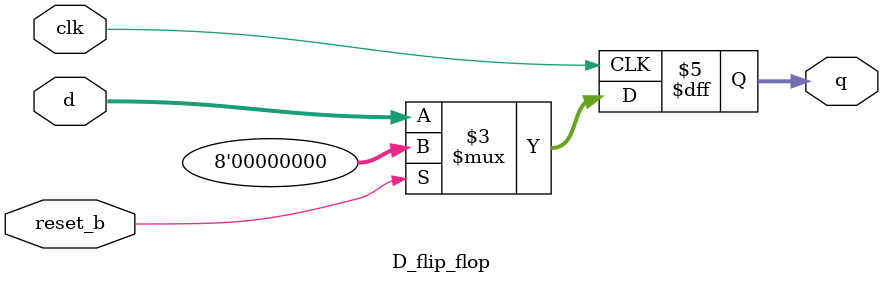
<source format=sv>

module part2(Clock, Reset_b, Data, Function, ALUout); 
	input logic Clock, Reset_b; 
	input logic [1:0] Function;
	input logic [3:0] Data;
	output logic [7:0] ALUout;
	
	logic [7:0] temp_ALU;
	
	//case 0
	logic [7:0] case0, case1, case2, register;
	assign case0 = Data + ALUout[3:0]; //least sig bit of ALUout is B
	assign case1 = Data * ALUout[3:0];
	assign case2 = ALUout[3:0] << Data; 
	
	
	always_comb
		begin
			case(Function)
			2'b00: temp_ALU = case0;
			2'b01: temp_ALU = case1;
			2'b10: temp_ALU = case2;
			2'b11: temp_ALU = ALUout;
			default: temp_ALU = 0;
			endcase
		end
		
	D_flip_flop u0(Clock, Reset_b, temp_ALU, ALUout); //send through register (modified 8 FF)
		
endmodule 

// module D_flip_flop(input logic clk, reset_b, d,
					// output logic q);
	// always_ff @(posedge clk)
	// begin 
		// if (reset_b) q <= 1'b0;
		// else q <= d;
	// end 
// endmodule 

module D_flip_flop(clk, reset_b, d, q);
	input logic clk, reset_b;
	input logic [7:0] d;
	output logic [7:0] q;
	always_ff @(posedge clk)
	begin 
		if (reset_b) q <= 8'b00000000;
		else q <= d;
	end 
endmodule 


</source>
